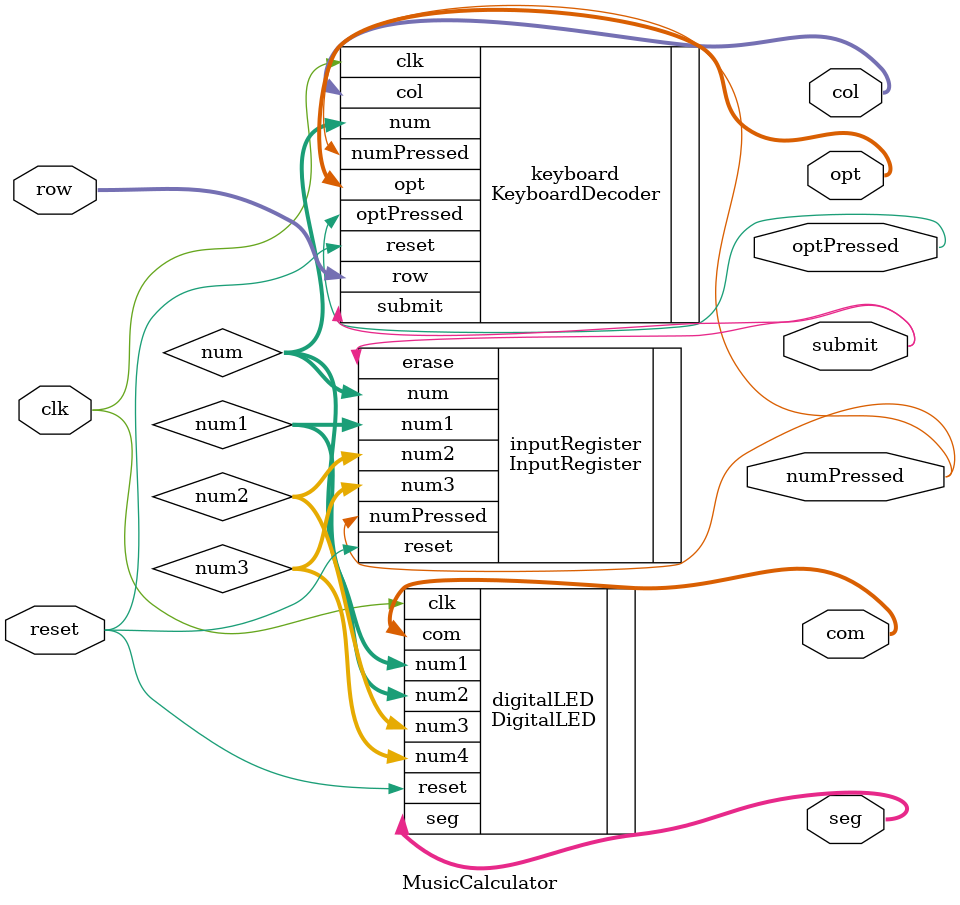
<source format=v>
module MusicCalculator(
	input            clk,
	input            reset,
	input      [3:0] row,
	output     [3:0] col,
	output     [3:0] com,
	output     [7:0] seg,
	output     [2:0] opt,
	output           numPressed,
	output           optPressed,
	output           submit
);

	wire[3:0] num;
	wire[3:0] num1;
	wire[3:0] num2;
	wire[3:0] num3;
//	wire[2:0] opt;
//	wire      numPressed;
//	wire      optPressed;
//	wire      submit;


	KeyboardDecoder keyboard(
		.clk(clk),
		.reset(reset),
		.row(row),
		.col(col),
		.num(num),
		.numPressed(numPressed),
		.opt(opt),
		.optPressed(optPressed),
		.submit(submit)
	);

	InputRegister inputRegister(
		.reset(reset),
		.erase(submit),
		.num(num),
		.numPressed(numPressed),
		.num1(num1),
		.num2(num2),
		.num3(num3),
	);

	DigitalLED # (.ledFreq(250)) digitalLED(
		.clk(clk),
		.reset(reset),
		.num1(num),
		.num2(num1),
		.num3(num2),
		.num4(num3),
		.com(com),
		.seg(seg)
	);

endmodule

</source>
